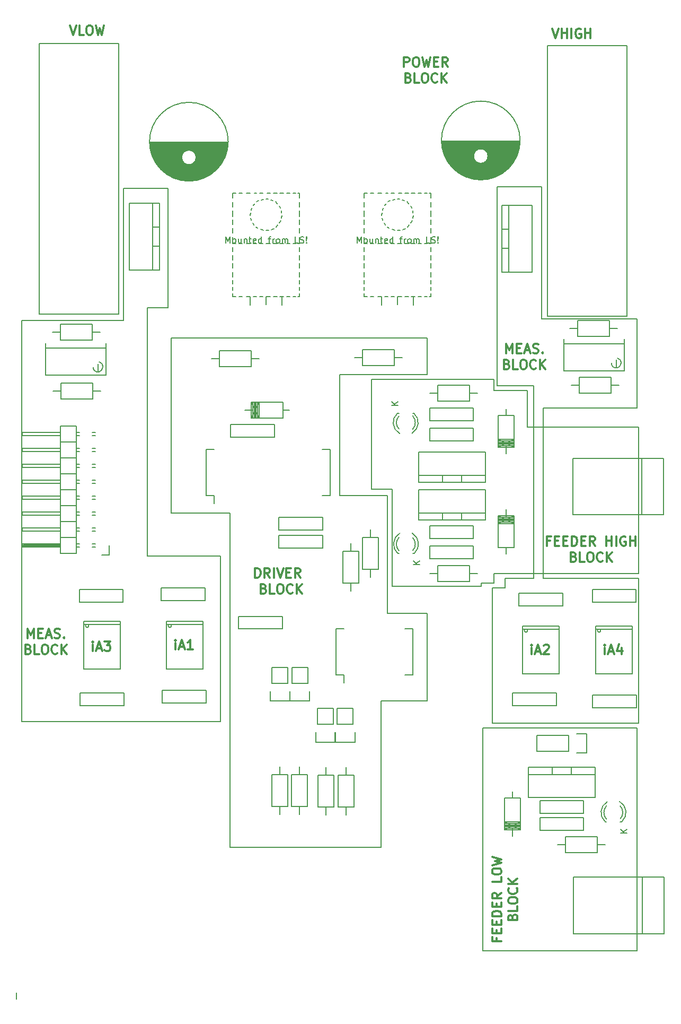
<source format=gto>
G04 #@! TF.FileFunction,Legend,Top*
%FSLAX45Y45*%
G04 Gerber Fmt 4.5, Leading zero omitted, Abs format (unit mm)*
G04 Created by KiCad (PCBNEW 4.0.4+e1-6308~48~ubuntu16.04.1-stable) date Mon Sep 19 20:15:51 2016*
%MOMM*%
%LPD*%
G01*
G04 APERTURE LIST*
%ADD10C,0.100000*%
%ADD11C,0.300000*%
%ADD12C,0.200000*%
%ADD13C,0.150000*%
G04 APERTURE END LIST*
D10*
D11*
X10350143Y-2153057D02*
X10400143Y-2303057D01*
X10450143Y-2153057D01*
X10500143Y-2303057D02*
X10500143Y-2153057D01*
X10500143Y-2224486D02*
X10585857Y-2224486D01*
X10585857Y-2303057D02*
X10585857Y-2153057D01*
X10657286Y-2303057D02*
X10657286Y-2153057D01*
X10807286Y-2160200D02*
X10793000Y-2153057D01*
X10771571Y-2153057D01*
X10750143Y-2160200D01*
X10735857Y-2174486D01*
X10728714Y-2188771D01*
X10721571Y-2217343D01*
X10721571Y-2238771D01*
X10728714Y-2267343D01*
X10735857Y-2281629D01*
X10750143Y-2295914D01*
X10771571Y-2303057D01*
X10785857Y-2303057D01*
X10807286Y-2295914D01*
X10814429Y-2288771D01*
X10814429Y-2238771D01*
X10785857Y-2238771D01*
X10878714Y-2303057D02*
X10878714Y-2153057D01*
X10878714Y-2224486D02*
X10964429Y-2224486D01*
X10964429Y-2303057D02*
X10964429Y-2153057D01*
X2646000Y-2102257D02*
X2696000Y-2252257D01*
X2746000Y-2102257D01*
X2867429Y-2252257D02*
X2796000Y-2252257D01*
X2796000Y-2102257D01*
X2946000Y-2102257D02*
X2974571Y-2102257D01*
X2988857Y-2109400D01*
X3003143Y-2123686D01*
X3010286Y-2152257D01*
X3010286Y-2202257D01*
X3003143Y-2230829D01*
X2988857Y-2245114D01*
X2974571Y-2252257D01*
X2946000Y-2252257D01*
X2931714Y-2245114D01*
X2917429Y-2230829D01*
X2910286Y-2202257D01*
X2910286Y-2152257D01*
X2917429Y-2123686D01*
X2931714Y-2109400D01*
X2946000Y-2102257D01*
X3060286Y-2102257D02*
X3096000Y-2252257D01*
X3124571Y-2145114D01*
X3153143Y-2252257D01*
X3188857Y-2102257D01*
X7984771Y-2759757D02*
X7984771Y-2609757D01*
X8041914Y-2609757D01*
X8056200Y-2616900D01*
X8063343Y-2624043D01*
X8070486Y-2638329D01*
X8070486Y-2659757D01*
X8063343Y-2674043D01*
X8056200Y-2681186D01*
X8041914Y-2688329D01*
X7984771Y-2688329D01*
X8163343Y-2609757D02*
X8191914Y-2609757D01*
X8206200Y-2616900D01*
X8220486Y-2631186D01*
X8227628Y-2659757D01*
X8227628Y-2709757D01*
X8220486Y-2738329D01*
X8206200Y-2752614D01*
X8191914Y-2759757D01*
X8163343Y-2759757D01*
X8149057Y-2752614D01*
X8134771Y-2738329D01*
X8127628Y-2709757D01*
X8127628Y-2659757D01*
X8134771Y-2631186D01*
X8149057Y-2616900D01*
X8163343Y-2609757D01*
X8277629Y-2609757D02*
X8313343Y-2759757D01*
X8341914Y-2652614D01*
X8370486Y-2759757D01*
X8406200Y-2609757D01*
X8463343Y-2681186D02*
X8513343Y-2681186D01*
X8534772Y-2759757D02*
X8463343Y-2759757D01*
X8463343Y-2609757D01*
X8534772Y-2609757D01*
X8684772Y-2759757D02*
X8634772Y-2688329D01*
X8599057Y-2759757D02*
X8599057Y-2609757D01*
X8656200Y-2609757D01*
X8670486Y-2616900D01*
X8677629Y-2624043D01*
X8684772Y-2638329D01*
X8684772Y-2659757D01*
X8677629Y-2674043D01*
X8670486Y-2681186D01*
X8656200Y-2688329D01*
X8599057Y-2688329D01*
X8052629Y-2936186D02*
X8074057Y-2943329D01*
X8081200Y-2950471D01*
X8088343Y-2964757D01*
X8088343Y-2986186D01*
X8081200Y-3000471D01*
X8074057Y-3007614D01*
X8059771Y-3014757D01*
X8002629Y-3014757D01*
X8002629Y-2864757D01*
X8052629Y-2864757D01*
X8066914Y-2871900D01*
X8074057Y-2879043D01*
X8081200Y-2893329D01*
X8081200Y-2907614D01*
X8074057Y-2921900D01*
X8066914Y-2929043D01*
X8052629Y-2936186D01*
X8002629Y-2936186D01*
X8224057Y-3014757D02*
X8152629Y-3014757D01*
X8152629Y-2864757D01*
X8302629Y-2864757D02*
X8331200Y-2864757D01*
X8345486Y-2871900D01*
X8359771Y-2886186D01*
X8366914Y-2914757D01*
X8366914Y-2964757D01*
X8359771Y-2993329D01*
X8345486Y-3007614D01*
X8331200Y-3014757D01*
X8302629Y-3014757D01*
X8288343Y-3007614D01*
X8274057Y-2993329D01*
X8266914Y-2964757D01*
X8266914Y-2914757D01*
X8274057Y-2886186D01*
X8288343Y-2871900D01*
X8302629Y-2864757D01*
X8516914Y-3000471D02*
X8509772Y-3007614D01*
X8488343Y-3014757D01*
X8474057Y-3014757D01*
X8452629Y-3007614D01*
X8438343Y-2993329D01*
X8431200Y-2979043D01*
X8424057Y-2950471D01*
X8424057Y-2929043D01*
X8431200Y-2900471D01*
X8438343Y-2886186D01*
X8452629Y-2871900D01*
X8474057Y-2864757D01*
X8488343Y-2864757D01*
X8509772Y-2871900D01*
X8516914Y-2879043D01*
X8581200Y-3014757D02*
X8581200Y-2864757D01*
X8666914Y-3014757D02*
X8602629Y-2929043D01*
X8666914Y-2864757D02*
X8581200Y-2950471D01*
X9462986Y-16667086D02*
X9462986Y-16717086D01*
X9541557Y-16717086D02*
X9391557Y-16717086D01*
X9391557Y-16645657D01*
X9462986Y-16588514D02*
X9462986Y-16538514D01*
X9541557Y-16517086D02*
X9541557Y-16588514D01*
X9391557Y-16588514D01*
X9391557Y-16517086D01*
X9462986Y-16452800D02*
X9462986Y-16402800D01*
X9541557Y-16381371D02*
X9541557Y-16452800D01*
X9391557Y-16452800D01*
X9391557Y-16381371D01*
X9541557Y-16317086D02*
X9391557Y-16317086D01*
X9391557Y-16281371D01*
X9398700Y-16259943D01*
X9412986Y-16245657D01*
X9427271Y-16238514D01*
X9455843Y-16231371D01*
X9477271Y-16231371D01*
X9505843Y-16238514D01*
X9520129Y-16245657D01*
X9534414Y-16259943D01*
X9541557Y-16281371D01*
X9541557Y-16317086D01*
X9462986Y-16167086D02*
X9462986Y-16117086D01*
X9541557Y-16095657D02*
X9541557Y-16167086D01*
X9391557Y-16167086D01*
X9391557Y-16095657D01*
X9541557Y-15945657D02*
X9470129Y-15995657D01*
X9541557Y-16031371D02*
X9391557Y-16031371D01*
X9391557Y-15974229D01*
X9398700Y-15959943D01*
X9405843Y-15952800D01*
X9420129Y-15945657D01*
X9441557Y-15945657D01*
X9455843Y-15952800D01*
X9462986Y-15959943D01*
X9470129Y-15974229D01*
X9470129Y-16031371D01*
X9541557Y-15695657D02*
X9541557Y-15767086D01*
X9391557Y-15767086D01*
X9391557Y-15617086D02*
X9391557Y-15588514D01*
X9398700Y-15574228D01*
X9412986Y-15559943D01*
X9441557Y-15552800D01*
X9491557Y-15552800D01*
X9520129Y-15559943D01*
X9534414Y-15574228D01*
X9541557Y-15588514D01*
X9541557Y-15617086D01*
X9534414Y-15631371D01*
X9520129Y-15645657D01*
X9491557Y-15652800D01*
X9441557Y-15652800D01*
X9412986Y-15645657D01*
X9398700Y-15631371D01*
X9391557Y-15617086D01*
X9391557Y-15502800D02*
X9541557Y-15467086D01*
X9434414Y-15438514D01*
X9541557Y-15409943D01*
X9391557Y-15374228D01*
X9717986Y-16331371D02*
X9725129Y-16309943D01*
X9732271Y-16302800D01*
X9746557Y-16295657D01*
X9767986Y-16295657D01*
X9782271Y-16302800D01*
X9789414Y-16309943D01*
X9796557Y-16324229D01*
X9796557Y-16381371D01*
X9646557Y-16381371D01*
X9646557Y-16331371D01*
X9653700Y-16317086D01*
X9660843Y-16309943D01*
X9675129Y-16302800D01*
X9689414Y-16302800D01*
X9703700Y-16309943D01*
X9710843Y-16317086D01*
X9717986Y-16331371D01*
X9717986Y-16381371D01*
X9796557Y-16159943D02*
X9796557Y-16231371D01*
X9646557Y-16231371D01*
X9646557Y-16081371D02*
X9646557Y-16052800D01*
X9653700Y-16038514D01*
X9667986Y-16024228D01*
X9696557Y-16017086D01*
X9746557Y-16017086D01*
X9775129Y-16024228D01*
X9789414Y-16038514D01*
X9796557Y-16052800D01*
X9796557Y-16081371D01*
X9789414Y-16095657D01*
X9775129Y-16109943D01*
X9746557Y-16117086D01*
X9696557Y-16117086D01*
X9667986Y-16109943D01*
X9653700Y-16095657D01*
X9646557Y-16081371D01*
X9782271Y-15867086D02*
X9789414Y-15874228D01*
X9796557Y-15895657D01*
X9796557Y-15909943D01*
X9789414Y-15931371D01*
X9775129Y-15945657D01*
X9760843Y-15952800D01*
X9732271Y-15959943D01*
X9710843Y-15959943D01*
X9682271Y-15952800D01*
X9667986Y-15945657D01*
X9653700Y-15931371D01*
X9646557Y-15909943D01*
X9646557Y-15895657D01*
X9653700Y-15874228D01*
X9660843Y-15867086D01*
X9796557Y-15802800D02*
X9646557Y-15802800D01*
X9796557Y-15717086D02*
X9710843Y-15781371D01*
X9646557Y-15717086D02*
X9732271Y-15802800D01*
X10315657Y-10326586D02*
X10265657Y-10326586D01*
X10265657Y-10405157D02*
X10265657Y-10255157D01*
X10337086Y-10255157D01*
X10394229Y-10326586D02*
X10444229Y-10326586D01*
X10465657Y-10405157D02*
X10394229Y-10405157D01*
X10394229Y-10255157D01*
X10465657Y-10255157D01*
X10529943Y-10326586D02*
X10579943Y-10326586D01*
X10601371Y-10405157D02*
X10529943Y-10405157D01*
X10529943Y-10255157D01*
X10601371Y-10255157D01*
X10665657Y-10405157D02*
X10665657Y-10255157D01*
X10701371Y-10255157D01*
X10722800Y-10262300D01*
X10737086Y-10276586D01*
X10744229Y-10290871D01*
X10751371Y-10319443D01*
X10751371Y-10340871D01*
X10744229Y-10369443D01*
X10737086Y-10383729D01*
X10722800Y-10398014D01*
X10701371Y-10405157D01*
X10665657Y-10405157D01*
X10815657Y-10326586D02*
X10865657Y-10326586D01*
X10887086Y-10405157D02*
X10815657Y-10405157D01*
X10815657Y-10255157D01*
X10887086Y-10255157D01*
X11037086Y-10405157D02*
X10987086Y-10333729D01*
X10951371Y-10405157D02*
X10951371Y-10255157D01*
X11008514Y-10255157D01*
X11022800Y-10262300D01*
X11029943Y-10269443D01*
X11037086Y-10283729D01*
X11037086Y-10305157D01*
X11029943Y-10319443D01*
X11022800Y-10326586D01*
X11008514Y-10333729D01*
X10951371Y-10333729D01*
X11215657Y-10405157D02*
X11215657Y-10255157D01*
X11215657Y-10326586D02*
X11301371Y-10326586D01*
X11301371Y-10405157D02*
X11301371Y-10255157D01*
X11372800Y-10405157D02*
X11372800Y-10255157D01*
X11522800Y-10262300D02*
X11508514Y-10255157D01*
X11487086Y-10255157D01*
X11465657Y-10262300D01*
X11451371Y-10276586D01*
X11444229Y-10290871D01*
X11437086Y-10319443D01*
X11437086Y-10340871D01*
X11444229Y-10369443D01*
X11451371Y-10383729D01*
X11465657Y-10398014D01*
X11487086Y-10405157D01*
X11501371Y-10405157D01*
X11522800Y-10398014D01*
X11529943Y-10390871D01*
X11529943Y-10340871D01*
X11501371Y-10340871D01*
X11594229Y-10405157D02*
X11594229Y-10255157D01*
X11594229Y-10326586D02*
X11679943Y-10326586D01*
X11679943Y-10405157D02*
X11679943Y-10255157D01*
X10694229Y-10581586D02*
X10715657Y-10588729D01*
X10722800Y-10595871D01*
X10729943Y-10610157D01*
X10729943Y-10631586D01*
X10722800Y-10645871D01*
X10715657Y-10653014D01*
X10701371Y-10660157D01*
X10644229Y-10660157D01*
X10644229Y-10510157D01*
X10694229Y-10510157D01*
X10708514Y-10517300D01*
X10715657Y-10524443D01*
X10722800Y-10538729D01*
X10722800Y-10553014D01*
X10715657Y-10567300D01*
X10708514Y-10574443D01*
X10694229Y-10581586D01*
X10644229Y-10581586D01*
X10865657Y-10660157D02*
X10794229Y-10660157D01*
X10794229Y-10510157D01*
X10944229Y-10510157D02*
X10972800Y-10510157D01*
X10987086Y-10517300D01*
X11001372Y-10531586D01*
X11008514Y-10560157D01*
X11008514Y-10610157D01*
X11001372Y-10638729D01*
X10987086Y-10653014D01*
X10972800Y-10660157D01*
X10944229Y-10660157D01*
X10929943Y-10653014D01*
X10915657Y-10638729D01*
X10908514Y-10610157D01*
X10908514Y-10560157D01*
X10915657Y-10531586D01*
X10929943Y-10517300D01*
X10944229Y-10510157D01*
X11158514Y-10645871D02*
X11151372Y-10653014D01*
X11129943Y-10660157D01*
X11115657Y-10660157D01*
X11094229Y-10653014D01*
X11079943Y-10638729D01*
X11072800Y-10624443D01*
X11065657Y-10595871D01*
X11065657Y-10574443D01*
X11072800Y-10545871D01*
X11079943Y-10531586D01*
X11094229Y-10517300D01*
X11115657Y-10510157D01*
X11129943Y-10510157D01*
X11151372Y-10517300D01*
X11158514Y-10524443D01*
X11222800Y-10660157D02*
X11222800Y-10510157D01*
X11308514Y-10660157D02*
X11244229Y-10574443D01*
X11308514Y-10510157D02*
X11222800Y-10595871D01*
X9616714Y-7331757D02*
X9616714Y-7181757D01*
X9666714Y-7288900D01*
X9716714Y-7181757D01*
X9716714Y-7331757D01*
X9788143Y-7253186D02*
X9838143Y-7253186D01*
X9859572Y-7331757D02*
X9788143Y-7331757D01*
X9788143Y-7181757D01*
X9859572Y-7181757D01*
X9916714Y-7288900D02*
X9988143Y-7288900D01*
X9902429Y-7331757D02*
X9952429Y-7181757D01*
X10002429Y-7331757D01*
X10045286Y-7324614D02*
X10066714Y-7331757D01*
X10102429Y-7331757D01*
X10116714Y-7324614D01*
X10123857Y-7317471D01*
X10131000Y-7303186D01*
X10131000Y-7288900D01*
X10123857Y-7274614D01*
X10116714Y-7267471D01*
X10102429Y-7260329D01*
X10073857Y-7253186D01*
X10059571Y-7246043D01*
X10052429Y-7238900D01*
X10045286Y-7224614D01*
X10045286Y-7210329D01*
X10052429Y-7196043D01*
X10059571Y-7188900D01*
X10073857Y-7181757D01*
X10109571Y-7181757D01*
X10131000Y-7188900D01*
X10195286Y-7317471D02*
X10202429Y-7324614D01*
X10195286Y-7331757D01*
X10188143Y-7324614D01*
X10195286Y-7317471D01*
X10195286Y-7331757D01*
X9627429Y-7508186D02*
X9648857Y-7515329D01*
X9656000Y-7522471D01*
X9663143Y-7536757D01*
X9663143Y-7558186D01*
X9656000Y-7572471D01*
X9648857Y-7579614D01*
X9634571Y-7586757D01*
X9577429Y-7586757D01*
X9577429Y-7436757D01*
X9627429Y-7436757D01*
X9641714Y-7443900D01*
X9648857Y-7451043D01*
X9656000Y-7465329D01*
X9656000Y-7479614D01*
X9648857Y-7493900D01*
X9641714Y-7501043D01*
X9627429Y-7508186D01*
X9577429Y-7508186D01*
X9798857Y-7586757D02*
X9727429Y-7586757D01*
X9727429Y-7436757D01*
X9877429Y-7436757D02*
X9906000Y-7436757D01*
X9920286Y-7443900D01*
X9934572Y-7458186D01*
X9941714Y-7486757D01*
X9941714Y-7536757D01*
X9934572Y-7565329D01*
X9920286Y-7579614D01*
X9906000Y-7586757D01*
X9877429Y-7586757D01*
X9863143Y-7579614D01*
X9848857Y-7565329D01*
X9841714Y-7536757D01*
X9841714Y-7486757D01*
X9848857Y-7458186D01*
X9863143Y-7443900D01*
X9877429Y-7436757D01*
X10091714Y-7572471D02*
X10084572Y-7579614D01*
X10063143Y-7586757D01*
X10048857Y-7586757D01*
X10027429Y-7579614D01*
X10013143Y-7565329D01*
X10006000Y-7551043D01*
X9998857Y-7522471D01*
X9998857Y-7501043D01*
X10006000Y-7472471D01*
X10013143Y-7458186D01*
X10027429Y-7443900D01*
X10048857Y-7436757D01*
X10063143Y-7436757D01*
X10084572Y-7443900D01*
X10091714Y-7451043D01*
X10156000Y-7586757D02*
X10156000Y-7436757D01*
X10241714Y-7586757D02*
X10177429Y-7501043D01*
X10241714Y-7436757D02*
X10156000Y-7522471D01*
X1971314Y-11878357D02*
X1971314Y-11728357D01*
X2021314Y-11835500D01*
X2071314Y-11728357D01*
X2071314Y-11878357D01*
X2142743Y-11799786D02*
X2192743Y-11799786D01*
X2214172Y-11878357D02*
X2142743Y-11878357D01*
X2142743Y-11728357D01*
X2214172Y-11728357D01*
X2271314Y-11835500D02*
X2342743Y-11835500D01*
X2257029Y-11878357D02*
X2307029Y-11728357D01*
X2357029Y-11878357D01*
X2399886Y-11871214D02*
X2421314Y-11878357D01*
X2457029Y-11878357D01*
X2471314Y-11871214D01*
X2478457Y-11864071D01*
X2485600Y-11849786D01*
X2485600Y-11835500D01*
X2478457Y-11821214D01*
X2471314Y-11814071D01*
X2457029Y-11806929D01*
X2428457Y-11799786D01*
X2414171Y-11792643D01*
X2407029Y-11785500D01*
X2399886Y-11771214D01*
X2399886Y-11756929D01*
X2407029Y-11742643D01*
X2414171Y-11735500D01*
X2428457Y-11728357D01*
X2464171Y-11728357D01*
X2485600Y-11735500D01*
X2549886Y-11864071D02*
X2557029Y-11871214D01*
X2549886Y-11878357D01*
X2542743Y-11871214D01*
X2549886Y-11864071D01*
X2549886Y-11878357D01*
X1982029Y-12054786D02*
X2003457Y-12061929D01*
X2010600Y-12069071D01*
X2017743Y-12083357D01*
X2017743Y-12104786D01*
X2010600Y-12119071D01*
X2003457Y-12126214D01*
X1989171Y-12133357D01*
X1932029Y-12133357D01*
X1932029Y-11983357D01*
X1982029Y-11983357D01*
X1996314Y-11990500D01*
X2003457Y-11997643D01*
X2010600Y-12011929D01*
X2010600Y-12026214D01*
X2003457Y-12040500D01*
X1996314Y-12047643D01*
X1982029Y-12054786D01*
X1932029Y-12054786D01*
X2153457Y-12133357D02*
X2082029Y-12133357D01*
X2082029Y-11983357D01*
X2232029Y-11983357D02*
X2260600Y-11983357D01*
X2274886Y-11990500D01*
X2289172Y-12004786D01*
X2296314Y-12033357D01*
X2296314Y-12083357D01*
X2289172Y-12111929D01*
X2274886Y-12126214D01*
X2260600Y-12133357D01*
X2232029Y-12133357D01*
X2217743Y-12126214D01*
X2203457Y-12111929D01*
X2196314Y-12083357D01*
X2196314Y-12033357D01*
X2203457Y-12004786D01*
X2217743Y-11990500D01*
X2232029Y-11983357D01*
X2446314Y-12119071D02*
X2439172Y-12126214D01*
X2417743Y-12133357D01*
X2403457Y-12133357D01*
X2382029Y-12126214D01*
X2367743Y-12111929D01*
X2360600Y-12097643D01*
X2353457Y-12069071D01*
X2353457Y-12047643D01*
X2360600Y-12019071D01*
X2367743Y-12004786D01*
X2382029Y-11990500D01*
X2403457Y-11983357D01*
X2417743Y-11983357D01*
X2439172Y-11990500D01*
X2446314Y-11997643D01*
X2510600Y-12133357D02*
X2510600Y-11983357D01*
X2596314Y-12133357D02*
X2532029Y-12047643D01*
X2596314Y-11983357D02*
X2510600Y-12069071D01*
D12*
X11709400Y-13309600D02*
X11709400Y-16865600D01*
X9245600Y-13309600D02*
X11709400Y-13309600D01*
X9245600Y-16865600D02*
X9245600Y-13309600D01*
X11709400Y-16865600D02*
X9245600Y-16865600D01*
X9423400Y-7747000D02*
X7467600Y-7747000D01*
X9423400Y-7924800D02*
X9423400Y-7747000D01*
X9956800Y-7924800D02*
X9423400Y-7924800D01*
X9956800Y-8509000D02*
X9956800Y-7924800D01*
X11734800Y-8509000D02*
X9956800Y-8509000D01*
X11734800Y-10845800D02*
X11734800Y-8509000D01*
X9423400Y-10845800D02*
X11734800Y-10845800D01*
X9423400Y-10998200D02*
X9423400Y-10845800D01*
X9220200Y-10998200D02*
X9423400Y-10998200D01*
X9220200Y-11049000D02*
X9220200Y-10998200D01*
X7797800Y-11049000D02*
X9220200Y-11049000D01*
X7797800Y-9499600D02*
X7797800Y-11049000D01*
X7467600Y-9499600D02*
X7797800Y-9499600D01*
X7467600Y-7747000D02*
X7467600Y-9499600D01*
X9398000Y-13233400D02*
X9398000Y-13182600D01*
X11734800Y-13233400D02*
X9398000Y-13233400D01*
X11734800Y-10922000D02*
X11734800Y-13233400D01*
X10210800Y-10922000D02*
X11734800Y-10922000D01*
X10210800Y-8204200D02*
X10210800Y-10922000D01*
X11709400Y-8204200D02*
X10210800Y-8204200D01*
X11709400Y-6781800D02*
X11709400Y-8204200D01*
X10185400Y-6781800D02*
X11709400Y-6781800D01*
X10185400Y-4673600D02*
X10185400Y-6781800D01*
X9474200Y-4673600D02*
X10185400Y-4673600D01*
X9474200Y-7848600D02*
X9474200Y-4673600D01*
X10058400Y-7848600D02*
X9474200Y-7848600D01*
X10058400Y-10922000D02*
X10058400Y-7848600D01*
X9601200Y-10922000D02*
X10058400Y-10922000D01*
X9601200Y-11074400D02*
X9601200Y-10922000D01*
X9398000Y-11074400D02*
X9601200Y-11074400D01*
X9398000Y-13208000D02*
X9398000Y-11074400D01*
X1879600Y-13208000D02*
X2108200Y-13208000D01*
X1879600Y-6807200D02*
X1879600Y-13208000D01*
X3505200Y-6807200D02*
X1879600Y-6807200D01*
X3505200Y-4699000D02*
X3505200Y-6807200D01*
X4216400Y-4699000D02*
X3505200Y-4699000D01*
X4216400Y-6604000D02*
X4216400Y-4699000D01*
X3886200Y-6604000D02*
X4216400Y-6604000D01*
X3886200Y-10566400D02*
X3886200Y-6604000D01*
X5054600Y-10566400D02*
X3886200Y-10566400D01*
X5054600Y-13208000D02*
X5054600Y-10566400D01*
X2108200Y-13208000D02*
X5054600Y-13208000D01*
D11*
X5605514Y-10913157D02*
X5605514Y-10763157D01*
X5641229Y-10763157D01*
X5662657Y-10770300D01*
X5676943Y-10784586D01*
X5684086Y-10798871D01*
X5691229Y-10827443D01*
X5691229Y-10848871D01*
X5684086Y-10877443D01*
X5676943Y-10891729D01*
X5662657Y-10906014D01*
X5641229Y-10913157D01*
X5605514Y-10913157D01*
X5841229Y-10913157D02*
X5791229Y-10841729D01*
X5755514Y-10913157D02*
X5755514Y-10763157D01*
X5812657Y-10763157D01*
X5826943Y-10770300D01*
X5834086Y-10777443D01*
X5841229Y-10791729D01*
X5841229Y-10813157D01*
X5834086Y-10827443D01*
X5826943Y-10834586D01*
X5812657Y-10841729D01*
X5755514Y-10841729D01*
X5905514Y-10913157D02*
X5905514Y-10763157D01*
X5955514Y-10763157D02*
X6005514Y-10913157D01*
X6055514Y-10763157D01*
X6105514Y-10834586D02*
X6155514Y-10834586D01*
X6176943Y-10913157D02*
X6105514Y-10913157D01*
X6105514Y-10763157D01*
X6176943Y-10763157D01*
X6326943Y-10913157D02*
X6276943Y-10841729D01*
X6241229Y-10913157D02*
X6241229Y-10763157D01*
X6298371Y-10763157D01*
X6312657Y-10770300D01*
X6319800Y-10777443D01*
X6326943Y-10791729D01*
X6326943Y-10813157D01*
X6319800Y-10827443D01*
X6312657Y-10834586D01*
X6298371Y-10841729D01*
X6241229Y-10841729D01*
X5741229Y-11089586D02*
X5762657Y-11096729D01*
X5769800Y-11103871D01*
X5776943Y-11118157D01*
X5776943Y-11139586D01*
X5769800Y-11153871D01*
X5762657Y-11161014D01*
X5748371Y-11168157D01*
X5691229Y-11168157D01*
X5691229Y-11018157D01*
X5741229Y-11018157D01*
X5755514Y-11025300D01*
X5762657Y-11032443D01*
X5769800Y-11046729D01*
X5769800Y-11061014D01*
X5762657Y-11075300D01*
X5755514Y-11082443D01*
X5741229Y-11089586D01*
X5691229Y-11089586D01*
X5912657Y-11168157D02*
X5841229Y-11168157D01*
X5841229Y-11018157D01*
X5991229Y-11018157D02*
X6019800Y-11018157D01*
X6034086Y-11025300D01*
X6048371Y-11039586D01*
X6055514Y-11068157D01*
X6055514Y-11118157D01*
X6048371Y-11146729D01*
X6034086Y-11161014D01*
X6019800Y-11168157D01*
X5991229Y-11168157D01*
X5976943Y-11161014D01*
X5962657Y-11146729D01*
X5955514Y-11118157D01*
X5955514Y-11068157D01*
X5962657Y-11039586D01*
X5976943Y-11025300D01*
X5991229Y-11018157D01*
X6205514Y-11153871D02*
X6198371Y-11161014D01*
X6176943Y-11168157D01*
X6162657Y-11168157D01*
X6141229Y-11161014D01*
X6126943Y-11146729D01*
X6119800Y-11132443D01*
X6112657Y-11103871D01*
X6112657Y-11082443D01*
X6119800Y-11053871D01*
X6126943Y-11039586D01*
X6141229Y-11025300D01*
X6162657Y-11018157D01*
X6176943Y-11018157D01*
X6198371Y-11025300D01*
X6205514Y-11032443D01*
X6269800Y-11168157D02*
X6269800Y-11018157D01*
X6355514Y-11168157D02*
X6291229Y-11082443D01*
X6355514Y-11018157D02*
X6269800Y-11103871D01*
D12*
X5207000Y-15214600D02*
X5537200Y-15214600D01*
X5207000Y-9880600D02*
X5207000Y-15214600D01*
X4267200Y-9880600D02*
X5207000Y-9880600D01*
X4267200Y-7086600D02*
X4267200Y-9880600D01*
X8356600Y-7086600D02*
X4267200Y-7086600D01*
X8356600Y-7670800D02*
X8356600Y-7086600D01*
X6959600Y-7670800D02*
X8356600Y-7670800D01*
X6959600Y-9601200D02*
X6959600Y-7670800D01*
X7721600Y-9601200D02*
X6959600Y-9601200D01*
X7721600Y-11480800D02*
X7721600Y-9601200D01*
X8356600Y-11480800D02*
X7721600Y-11480800D01*
X8356600Y-12877800D02*
X8356600Y-11480800D01*
X7620000Y-12877800D02*
X8356600Y-12877800D01*
X7620000Y-15214600D02*
X7620000Y-12877800D01*
X5537200Y-15214600D02*
X7620000Y-15214600D01*
D11*
X11192686Y-12132857D02*
X11192686Y-12032857D01*
X11192686Y-11982857D02*
X11185543Y-11990000D01*
X11192686Y-11997143D01*
X11199829Y-11990000D01*
X11192686Y-11982857D01*
X11192686Y-11997143D01*
X11256971Y-12090000D02*
X11328400Y-12090000D01*
X11242686Y-12132857D02*
X11292686Y-11982857D01*
X11342686Y-12132857D01*
X11456971Y-12032857D02*
X11456971Y-12132857D01*
X11421257Y-11975714D02*
X11385543Y-12082857D01*
X11478400Y-12082857D01*
D12*
X11049000Y-11684000D02*
X11049000Y-12446000D01*
X11049000Y-12446000D02*
X11633200Y-12446000D01*
X11633200Y-12446000D02*
X11633200Y-11684000D01*
X11633200Y-11684000D02*
X11049000Y-11684000D01*
X11049000Y-11684000D02*
X11049000Y-11734800D01*
X11049000Y-11734800D02*
X11633200Y-11734800D01*
X11125200Y-11760200D02*
G75*
G03X11125200Y-11760200I-25400J0D01*
G01*
X9956800Y-11760200D02*
G75*
G03X9956800Y-11760200I-25400J0D01*
G01*
X9880600Y-11734800D02*
X10464800Y-11734800D01*
X9880600Y-11684000D02*
X9880600Y-11734800D01*
X10464800Y-11684000D02*
X9880600Y-11684000D01*
X10464800Y-12446000D02*
X10464800Y-11684000D01*
X9880600Y-12446000D02*
X10464800Y-12446000D01*
X9880600Y-11684000D02*
X9880600Y-12446000D01*
D11*
X10024286Y-12132857D02*
X10024286Y-12032857D01*
X10024286Y-11982857D02*
X10017143Y-11990000D01*
X10024286Y-11997143D01*
X10031429Y-11990000D01*
X10024286Y-11982857D01*
X10024286Y-11997143D01*
X10088572Y-12090000D02*
X10160000Y-12090000D01*
X10074286Y-12132857D02*
X10124286Y-11982857D01*
X10174286Y-12132857D01*
X10217143Y-11997143D02*
X10224286Y-11990000D01*
X10238572Y-11982857D01*
X10274286Y-11982857D01*
X10288572Y-11990000D01*
X10295714Y-11997143D01*
X10302857Y-12011429D01*
X10302857Y-12025714D01*
X10295714Y-12047143D01*
X10210000Y-12132857D01*
X10302857Y-12132857D01*
X4334686Y-12056657D02*
X4334686Y-11956657D01*
X4334686Y-11906657D02*
X4327543Y-11913800D01*
X4334686Y-11920943D01*
X4341829Y-11913800D01*
X4334686Y-11906657D01*
X4334686Y-11920943D01*
X4398972Y-12013800D02*
X4470400Y-12013800D01*
X4384686Y-12056657D02*
X4434686Y-11906657D01*
X4484686Y-12056657D01*
X4613257Y-12056657D02*
X4527543Y-12056657D01*
X4570400Y-12056657D02*
X4570400Y-11906657D01*
X4556114Y-11928086D01*
X4541829Y-11942371D01*
X4527543Y-11949514D01*
X3013886Y-12082057D02*
X3013886Y-11982057D01*
X3013886Y-11932057D02*
X3006743Y-11939200D01*
X3013886Y-11946343D01*
X3021029Y-11939200D01*
X3013886Y-11932057D01*
X3013886Y-11946343D01*
X3078171Y-12039200D02*
X3149600Y-12039200D01*
X3063886Y-12082057D02*
X3113886Y-11932057D01*
X3163886Y-12082057D01*
X3199600Y-11932057D02*
X3292457Y-11932057D01*
X3242457Y-11989200D01*
X3263886Y-11989200D01*
X3278171Y-11996343D01*
X3285314Y-12003486D01*
X3292457Y-12017771D01*
X3292457Y-12053486D01*
X3285314Y-12067771D01*
X3278171Y-12074914D01*
X3263886Y-12082057D01*
X3221029Y-12082057D01*
X3206743Y-12074914D01*
X3199600Y-12067771D01*
D12*
X4191000Y-11607800D02*
X4191000Y-12369800D01*
X4191000Y-12369800D02*
X4775200Y-12369800D01*
X4775200Y-12369800D02*
X4775200Y-11607800D01*
X4775200Y-11607800D02*
X4191000Y-11607800D01*
X4191000Y-11607800D02*
X4191000Y-11658600D01*
X4191000Y-11658600D02*
X4775200Y-11658600D01*
X4267200Y-11684000D02*
G75*
G03X4267200Y-11684000I-25400J0D01*
G01*
X2946400Y-11684000D02*
G75*
G03X2946400Y-11684000I-25400J0D01*
G01*
X2870200Y-11658600D02*
X3454400Y-11658600D01*
X2870200Y-11607800D02*
X2870200Y-11658600D01*
X3454400Y-11607800D02*
X2870200Y-11607800D01*
X3454400Y-12369800D02*
X3454400Y-11607800D01*
X2870200Y-12369800D02*
X3454400Y-12369800D01*
X2870200Y-11607800D02*
X2870200Y-12369800D01*
D13*
X6048820Y-8237596D02*
X6150420Y-8237596D01*
X5566220Y-8237596D02*
X5439220Y-8237596D01*
X5591620Y-8110596D02*
X5591620Y-8364596D01*
X5617020Y-8110596D02*
X5617020Y-8364596D01*
X5642420Y-8110596D02*
X5642420Y-8364596D01*
X5566220Y-8110596D02*
X5566220Y-8364596D01*
X5667820Y-8110596D02*
X5540820Y-8364596D01*
X5540820Y-8110596D02*
X5667820Y-8364596D01*
X5667820Y-8110596D02*
X5667820Y-8364596D01*
X5604320Y-8110596D02*
X5604320Y-8364596D01*
X5540820Y-8364596D02*
X5540820Y-8110596D01*
X5540820Y-8110596D02*
X6048820Y-8110596D01*
X6048820Y-8110596D02*
X6048820Y-8364596D01*
X6048820Y-8364596D02*
X5540820Y-8364596D01*
X7264400Y-10490200D02*
X7264400Y-10998200D01*
X7264400Y-10998200D02*
X7010400Y-10998200D01*
X7010400Y-10998200D02*
X7010400Y-10490200D01*
X7010400Y-10490200D02*
X7264400Y-10490200D01*
X7137400Y-10490200D02*
X7137400Y-10363200D01*
X7137400Y-10998200D02*
X7137400Y-11125200D01*
X7574280Y-10276840D02*
X7574280Y-10784840D01*
X7574280Y-10784840D02*
X7320280Y-10784840D01*
X7320280Y-10784840D02*
X7320280Y-10276840D01*
X7320280Y-10276840D02*
X7574280Y-10276840D01*
X7447280Y-10276840D02*
X7447280Y-10149840D01*
X7447280Y-10784840D02*
X7447280Y-10911840D01*
X8905440Y-9394640D02*
X8905440Y-9280340D01*
X8600640Y-9394640D02*
X8600640Y-9280340D01*
X8219640Y-9280340D02*
X8219640Y-8912040D01*
X8219640Y-8912040D02*
X9286440Y-8912040D01*
X9286440Y-8912040D02*
X9286440Y-9280340D01*
X8219640Y-9394640D02*
X8219640Y-9280340D01*
X8219640Y-9280340D02*
X9286440Y-9280340D01*
X9286440Y-9280340D02*
X9286440Y-9394640D01*
X8753040Y-9394640D02*
X9286440Y-9394640D01*
X8753040Y-9394640D02*
X8219640Y-9394640D01*
X5214760Y-8470590D02*
X5914760Y-8470590D01*
X5914760Y-8470590D02*
X5914760Y-8670590D01*
X5914760Y-8670590D02*
X5214760Y-8670590D01*
X5214760Y-8670590D02*
X5214760Y-8470590D01*
X11546840Y-2423160D02*
X11546840Y-6741160D01*
X11546840Y-6741160D02*
X10276840Y-6741160D01*
X10276840Y-6741160D02*
X10276840Y-2423160D01*
X10276840Y-2423160D02*
X11546840Y-2423160D01*
X3424428Y-2395220D02*
X3424428Y-6713220D01*
X3424428Y-6713220D02*
X2154428Y-6713220D01*
X2154428Y-6713220D02*
X2154428Y-2395220D01*
X2154428Y-2395220D02*
X3424428Y-2395220D01*
X11780050Y-9910088D02*
X11780050Y-9009912D01*
X12130062Y-9910088D02*
X12130062Y-9009912D01*
X12130062Y-9009912D02*
X10679976Y-9009912D01*
X10679976Y-9009912D02*
X10679976Y-9910088D01*
X10679976Y-9910088D02*
X12130062Y-9910088D01*
X11790426Y-16595344D02*
X11790426Y-15695168D01*
X12140438Y-16595344D02*
X12140438Y-15695168D01*
X12140438Y-15695168D02*
X10690352Y-15695168D01*
X10690352Y-15695168D02*
X10690352Y-16595344D01*
X10690352Y-16595344D02*
X12140438Y-16595344D01*
X9613294Y-10431840D02*
X9613294Y-10533440D01*
X9613294Y-9949240D02*
X9613294Y-9822240D01*
X9740294Y-9974640D02*
X9486294Y-9974640D01*
X9740294Y-10000040D02*
X9486294Y-10000040D01*
X9740294Y-10025440D02*
X9486294Y-10025440D01*
X9740294Y-9949240D02*
X9486294Y-9949240D01*
X9740294Y-10050840D02*
X9486294Y-9923840D01*
X9740294Y-9923840D02*
X9486294Y-10050840D01*
X9740294Y-10050840D02*
X9486294Y-10050840D01*
X9740294Y-9987340D02*
X9486294Y-9987340D01*
X9486294Y-9923840D02*
X9740294Y-9923840D01*
X9740294Y-9923840D02*
X9740294Y-10431840D01*
X9740294Y-10431840D02*
X9486294Y-10431840D01*
X9486294Y-10431840D02*
X9486294Y-9923840D01*
X9612786Y-8327840D02*
X9612786Y-8226240D01*
X9612786Y-8810440D02*
X9612786Y-8937440D01*
X9485786Y-8785040D02*
X9739786Y-8785040D01*
X9485786Y-8759640D02*
X9739786Y-8759640D01*
X9485786Y-8734240D02*
X9739786Y-8734240D01*
X9485786Y-8810440D02*
X9739786Y-8810440D01*
X9485786Y-8708840D02*
X9739786Y-8835840D01*
X9485786Y-8835840D02*
X9739786Y-8708840D01*
X9485786Y-8708840D02*
X9739786Y-8708840D01*
X9485786Y-8772340D02*
X9739786Y-8772340D01*
X9739786Y-8835840D02*
X9485786Y-8835840D01*
X9485786Y-8835840D02*
X9485786Y-8327840D01*
X9485786Y-8327840D02*
X9739786Y-8327840D01*
X9739786Y-8327840D02*
X9739786Y-8835840D01*
X9713722Y-14432280D02*
X9713722Y-14330680D01*
X9713722Y-14914880D02*
X9713722Y-15041880D01*
X9586722Y-14889480D02*
X9840722Y-14889480D01*
X9586722Y-14864080D02*
X9840722Y-14864080D01*
X9586722Y-14838680D02*
X9840722Y-14838680D01*
X9586722Y-14914880D02*
X9840722Y-14914880D01*
X9586722Y-14813280D02*
X9840722Y-14940280D01*
X9586722Y-14940280D02*
X9840722Y-14813280D01*
X9586722Y-14813280D02*
X9840722Y-14813280D01*
X9586722Y-14876780D02*
X9840722Y-14876780D01*
X9840722Y-14940280D02*
X9586722Y-14940280D01*
X9586722Y-14940280D02*
X9586722Y-14432280D01*
X9586722Y-14432280D02*
X9840722Y-14432280D01*
X9840722Y-14432280D02*
X9840722Y-14940280D01*
X4824910Y-9604840D02*
X4951910Y-9604840D01*
X4824910Y-8869840D02*
X4951910Y-8869840D01*
X6807910Y-8869840D02*
X6680910Y-8869840D01*
X6807910Y-9604840D02*
X6680910Y-9604840D01*
X4824910Y-9604840D02*
X4824910Y-8869840D01*
X6807910Y-9604840D02*
X6807910Y-8869840D01*
X4951910Y-9604840D02*
X4951910Y-9733340D01*
X8905440Y-9994640D02*
X8905440Y-9880340D01*
X8600640Y-9994640D02*
X8600640Y-9880340D01*
X8219640Y-9880340D02*
X8219640Y-9512040D01*
X8219640Y-9512040D02*
X9286440Y-9512040D01*
X9286440Y-9512040D02*
X9286440Y-9880340D01*
X8219640Y-9994640D02*
X8219640Y-9880340D01*
X8219640Y-9880340D02*
X9286440Y-9880340D01*
X9286440Y-9880340D02*
X9286440Y-9994640D01*
X8753040Y-9994640D02*
X9286440Y-9994640D01*
X8753040Y-9994640D02*
X8219640Y-9994640D01*
X10350516Y-13942560D02*
X10350516Y-14056860D01*
X10655316Y-13942560D02*
X10655316Y-14056860D01*
X11036316Y-14056860D02*
X11036316Y-14425160D01*
X11036316Y-14425160D02*
X9969516Y-14425160D01*
X9969516Y-14425160D02*
X9969516Y-14056860D01*
X11036316Y-13942560D02*
X11036316Y-14056860D01*
X11036316Y-14056860D02*
X9969516Y-14056860D01*
X9969516Y-14056860D02*
X9969516Y-13942560D01*
X10502916Y-13942560D02*
X9969516Y-13942560D01*
X10502916Y-13942560D02*
X11036316Y-13942560D01*
X10615916Y-13430360D02*
X10107916Y-13430360D01*
X10107916Y-13430360D02*
X10107916Y-13684360D01*
X10107916Y-13684360D02*
X10615916Y-13684360D01*
X10897916Y-13712360D02*
X10742916Y-13712360D01*
X10615916Y-13684360D02*
X10615916Y-13430360D01*
X10742916Y-13402360D02*
X10897916Y-13402360D01*
X10897916Y-13402360D02*
X10897916Y-13712360D01*
X5875020Y-12602210D02*
X5875020Y-12348210D01*
X5847020Y-12884210D02*
X5847020Y-12729210D01*
X5875020Y-12602210D02*
X6129020Y-12602210D01*
X6157020Y-12729210D02*
X6157020Y-12884210D01*
X6157020Y-12884210D02*
X5847020Y-12884210D01*
X6129020Y-12602210D02*
X6129020Y-12348210D01*
X6129020Y-12348210D02*
X5875020Y-12348210D01*
X6916928Y-13256006D02*
X6916928Y-13002006D01*
X6888928Y-13538006D02*
X6888928Y-13383006D01*
X6916928Y-13256006D02*
X7170928Y-13256006D01*
X7198928Y-13383006D02*
X7198928Y-13538006D01*
X7198928Y-13538006D02*
X6888928Y-13538006D01*
X7170928Y-13256006D02*
X7170928Y-13002006D01*
X7170928Y-13002006D02*
X6916928Y-13002006D01*
X6192520Y-12602210D02*
X6192520Y-12348210D01*
X6164520Y-12884210D02*
X6164520Y-12729210D01*
X6192520Y-12602210D02*
X6446520Y-12602210D01*
X6474520Y-12729210D02*
X6474520Y-12884210D01*
X6474520Y-12884210D02*
X6164520Y-12884210D01*
X6446520Y-12602210D02*
X6446520Y-12348210D01*
X6446520Y-12348210D02*
X6192520Y-12348210D01*
X6599428Y-13256006D02*
X6599428Y-13002006D01*
X6571428Y-13538006D02*
X6571428Y-13383006D01*
X6599428Y-13256006D02*
X6853428Y-13256006D01*
X6881428Y-13383006D02*
X6881428Y-13538006D01*
X6881428Y-13538006D02*
X6571428Y-13538006D01*
X6853428Y-13256006D02*
X6853428Y-13002006D01*
X6853428Y-13002006D02*
X6599428Y-13002006D01*
X8144440Y-10529740D02*
X8124440Y-10529740D01*
X7885040Y-10529740D02*
X7903040Y-10529740D01*
X7916076Y-10206966D02*
G75*
G03X7884440Y-10529740I100364J-172774D01*
G01*
X7903133Y-10274539D02*
G75*
G03X7903040Y-10484840I113307J-105201D01*
G01*
X8147113Y-10528462D02*
G75*
G03X8112440Y-10204740I-130673J149722D01*
G01*
X8124365Y-10481129D02*
G75*
G03X8122440Y-10276340I-107925J101389D01*
G01*
X7881640Y-8289940D02*
X7901640Y-8289940D01*
X8141040Y-8289940D02*
X8123040Y-8289940D01*
X8110004Y-8612714D02*
G75*
G03X8141640Y-8289940I-100364J172774D01*
G01*
X8122947Y-8545141D02*
G75*
G03X8123040Y-8334840I-113307J105201D01*
G01*
X7878967Y-8291218D02*
G75*
G03X7913640Y-8614940I130673J-149722D01*
G01*
X7901715Y-8338551D02*
G75*
G03X7903640Y-8543340I107925J-101389D01*
G01*
X11459316Y-14812260D02*
X11439316Y-14812260D01*
X11199916Y-14812260D02*
X11217916Y-14812260D01*
X11230952Y-14489486D02*
G75*
G03X11199316Y-14812260I100364J-172774D01*
G01*
X11218009Y-14557059D02*
G75*
G03X11217916Y-14767360I113307J-105201D01*
G01*
X11461989Y-14810982D02*
G75*
G03X11427316Y-14487260I-130673J149722D01*
G01*
X11439241Y-14763649D02*
G75*
G03X11437316Y-14558860I-107925J101389D01*
G01*
X6901550Y-12462980D02*
X7028550Y-12462980D01*
X6901550Y-11727980D02*
X7028550Y-11727980D01*
X8122550Y-11727980D02*
X7995550Y-11727980D01*
X8122550Y-12462980D02*
X7995550Y-12462980D01*
X6901550Y-12462980D02*
X6901550Y-11727980D01*
X8122550Y-12462980D02*
X8122550Y-11727980D01*
X7028550Y-12462980D02*
X7028550Y-12591480D01*
X11375390Y-7565390D02*
X11375390Y-7438390D01*
X11296650Y-7490460D02*
X11300460Y-7515860D01*
X11300460Y-7515860D02*
X11318240Y-7543800D01*
X11318240Y-7543800D02*
X11349990Y-7565390D01*
X11349990Y-7565390D02*
X11394440Y-7566660D01*
X11394440Y-7566660D02*
X11430000Y-7546340D01*
X11430000Y-7546340D02*
X11447780Y-7517130D01*
X11447780Y-7517130D02*
X11452860Y-7485380D01*
X11452860Y-7485380D02*
X11442700Y-7444740D01*
X11442700Y-7444740D02*
X11408410Y-7419340D01*
X11408410Y-7419340D02*
X11390630Y-7410450D01*
X10537190Y-7184390D02*
X11502390Y-7184390D01*
X11502390Y-7489190D02*
X11502390Y-7616190D01*
X11502390Y-7616190D02*
X10537190Y-7616190D01*
X10537190Y-7616190D02*
X10537190Y-7108190D01*
X11502390Y-7108190D02*
X11502390Y-7362190D01*
X11502390Y-7362190D02*
X11502390Y-7489190D01*
X3094482Y-7629398D02*
X3094482Y-7502398D01*
X3015742Y-7554468D02*
X3019552Y-7579868D01*
X3019552Y-7579868D02*
X3037332Y-7607808D01*
X3037332Y-7607808D02*
X3069082Y-7629398D01*
X3069082Y-7629398D02*
X3113532Y-7630668D01*
X3113532Y-7630668D02*
X3149092Y-7610348D01*
X3149092Y-7610348D02*
X3166872Y-7581138D01*
X3166872Y-7581138D02*
X3171952Y-7549388D01*
X3171952Y-7549388D02*
X3161792Y-7508748D01*
X3161792Y-7508748D02*
X3127502Y-7483348D01*
X3127502Y-7483348D02*
X3109722Y-7474458D01*
X2256282Y-7248398D02*
X3221482Y-7248398D01*
X3221482Y-7553198D02*
X3221482Y-7680198D01*
X3221482Y-7680198D02*
X2256282Y-7680198D01*
X2256282Y-7680198D02*
X2256282Y-7172198D01*
X3221482Y-7172198D02*
X3221482Y-7426198D01*
X3221482Y-7426198D02*
X3221482Y-7553198D01*
X8527040Y-10722840D02*
X9035040Y-10722840D01*
X9035040Y-10722840D02*
X9035040Y-10976840D01*
X9035040Y-10976840D02*
X8527040Y-10976840D01*
X8527040Y-10976840D02*
X8527040Y-10722840D01*
X8527040Y-10849840D02*
X8400040Y-10849840D01*
X9035040Y-10849840D02*
X9162040Y-10849840D01*
X8527040Y-7842840D02*
X9035040Y-7842840D01*
X9035040Y-7842840D02*
X9035040Y-8096840D01*
X9035040Y-8096840D02*
X8527040Y-8096840D01*
X8527040Y-8096840D02*
X8527040Y-7842840D01*
X8527040Y-7969840D02*
X8400040Y-7969840D01*
X9035040Y-7969840D02*
X9162040Y-7969840D01*
X9545320Y-5659120D02*
X9659620Y-5659120D01*
X9545320Y-5354320D02*
X9659620Y-5354320D01*
X9659620Y-4973320D02*
X10027920Y-4973320D01*
X10027920Y-4973320D02*
X10027920Y-6040120D01*
X10027920Y-6040120D02*
X9659620Y-6040120D01*
X9545320Y-4973320D02*
X9659620Y-4973320D01*
X9659620Y-4973320D02*
X9659620Y-6040120D01*
X9659620Y-6040120D02*
X9545320Y-6040120D01*
X9545320Y-5506720D02*
X9545320Y-6040120D01*
X9545320Y-5506720D02*
X9545320Y-4973320D01*
X4079240Y-5323840D02*
X3964940Y-5323840D01*
X4079240Y-5628640D02*
X3964940Y-5628640D01*
X3964940Y-6009640D02*
X3596640Y-6009640D01*
X3596640Y-6009640D02*
X3596640Y-4942840D01*
X3596640Y-4942840D02*
X3964940Y-4942840D01*
X4079240Y-6009640D02*
X3964940Y-6009640D01*
X3964940Y-6009640D02*
X3964940Y-4942840D01*
X3964940Y-4942840D02*
X4079240Y-4942840D01*
X4079240Y-5476240D02*
X4079240Y-4942840D01*
X4079240Y-5476240D02*
X4079240Y-6009640D01*
X11075416Y-15300960D02*
X10567416Y-15300960D01*
X10567416Y-15300960D02*
X10567416Y-15046960D01*
X10567416Y-15046960D02*
X11075416Y-15046960D01*
X11075416Y-15046960D02*
X11075416Y-15300960D01*
X11075416Y-15173960D02*
X11202416Y-15173960D01*
X10567416Y-15173960D02*
X10440416Y-15173960D01*
X7826000Y-7527000D02*
X7318000Y-7527000D01*
X7318000Y-7527000D02*
X7318000Y-7273000D01*
X7318000Y-7273000D02*
X7826000Y-7273000D01*
X7826000Y-7273000D02*
X7826000Y-7527000D01*
X7826000Y-7400000D02*
X7953000Y-7400000D01*
X7318000Y-7400000D02*
X7191000Y-7400000D01*
X5034000Y-7293000D02*
X5542000Y-7293000D01*
X5542000Y-7293000D02*
X5542000Y-7547000D01*
X5542000Y-7547000D02*
X5034000Y-7547000D01*
X5034000Y-7547000D02*
X5034000Y-7293000D01*
X5034000Y-7420000D02*
X4907000Y-7420000D01*
X5542000Y-7420000D02*
X5669000Y-7420000D01*
X5870448Y-14564106D02*
X5870448Y-14056106D01*
X5870448Y-14056106D02*
X6124448Y-14056106D01*
X6124448Y-14056106D02*
X6124448Y-14564106D01*
X6124448Y-14564106D02*
X5870448Y-14564106D01*
X5997448Y-14564106D02*
X5997448Y-14691106D01*
X5997448Y-14056106D02*
X5997448Y-13929106D01*
X6929628Y-14576806D02*
X6929628Y-14068806D01*
X6929628Y-14068806D02*
X7183628Y-14068806D01*
X7183628Y-14068806D02*
X7183628Y-14576806D01*
X7183628Y-14576806D02*
X6929628Y-14576806D01*
X7056628Y-14576806D02*
X7056628Y-14703806D01*
X7056628Y-14068806D02*
X7056628Y-13941806D01*
X6187948Y-14564106D02*
X6187948Y-14056106D01*
X6187948Y-14056106D02*
X6441948Y-14056106D01*
X6441948Y-14056106D02*
X6441948Y-14564106D01*
X6441948Y-14564106D02*
X6187948Y-14564106D01*
X6314948Y-14564106D02*
X6314948Y-14691106D01*
X6314948Y-14056106D02*
X6314948Y-13929106D01*
X6612128Y-14576806D02*
X6612128Y-14068806D01*
X6612128Y-14068806D02*
X6866128Y-14068806D01*
X6866128Y-14068806D02*
X6866128Y-14576806D01*
X6866128Y-14576806D02*
X6612128Y-14576806D01*
X6739128Y-14576806D02*
X6739128Y-14703806D01*
X6739128Y-14068806D02*
X6739128Y-13941806D01*
X10754360Y-6812280D02*
X11262360Y-6812280D01*
X11262360Y-6812280D02*
X11262360Y-7066280D01*
X11262360Y-7066280D02*
X10754360Y-7066280D01*
X10754360Y-7066280D02*
X10754360Y-6812280D01*
X10754360Y-6939280D02*
X10627360Y-6939280D01*
X11262360Y-6939280D02*
X11389360Y-6939280D01*
X11290808Y-7972552D02*
X10782808Y-7972552D01*
X10782808Y-7972552D02*
X10782808Y-7718552D01*
X10782808Y-7718552D02*
X11290808Y-7718552D01*
X11290808Y-7718552D02*
X11290808Y-7972552D01*
X11290808Y-7845552D02*
X11417808Y-7845552D01*
X10782808Y-7845552D02*
X10655808Y-7845552D01*
X3005582Y-7121398D02*
X2497582Y-7121398D01*
X2497582Y-7121398D02*
X2497582Y-6867398D01*
X2497582Y-6867398D02*
X3005582Y-6867398D01*
X3005582Y-6867398D02*
X3005582Y-7121398D01*
X3005582Y-6994398D02*
X3132582Y-6994398D01*
X2497582Y-6994398D02*
X2370582Y-6994398D01*
X2503170Y-7810754D02*
X3011170Y-7810754D01*
X3011170Y-7810754D02*
X3011170Y-8064754D01*
X3011170Y-8064754D02*
X2503170Y-8064754D01*
X2503170Y-8064754D02*
X2503170Y-7810754D01*
X2503170Y-7937754D02*
X2376170Y-7937754D01*
X3011170Y-7937754D02*
X3138170Y-7937754D01*
X9835040Y-3945580D02*
X8585040Y-3945580D01*
X9834640Y-3959580D02*
X8585440Y-3959580D01*
X9834040Y-3973580D02*
X8586040Y-3973580D01*
X9833040Y-3987580D02*
X8587040Y-3987580D01*
X9831840Y-4001580D02*
X8588240Y-4001580D01*
X9830240Y-4015580D02*
X8589840Y-4015580D01*
X9828340Y-4029580D02*
X8591740Y-4029580D01*
X9826040Y-4043580D02*
X8594040Y-4043580D01*
X9823540Y-4057580D02*
X8596540Y-4057580D01*
X9820640Y-4071580D02*
X8599440Y-4071580D01*
X9817340Y-4085580D02*
X9262140Y-4085580D01*
X9157940Y-4085580D02*
X8602740Y-4085580D01*
X9813840Y-4099580D02*
X9283440Y-4099580D01*
X9136640Y-4099580D02*
X8606240Y-4099580D01*
X9809940Y-4113580D02*
X9297640Y-4113580D01*
X9122440Y-4113580D02*
X8610140Y-4113580D01*
X9805640Y-4127580D02*
X9307840Y-4127580D01*
X9112240Y-4127580D02*
X8614440Y-4127580D01*
X9800940Y-4141580D02*
X9315240Y-4141580D01*
X9104840Y-4141580D02*
X8619140Y-4141580D01*
X9795940Y-4155580D02*
X9320340Y-4155580D01*
X9099740Y-4155580D02*
X8624140Y-4155580D01*
X9790540Y-4169580D02*
X9323540Y-4169580D01*
X9096540Y-4169580D02*
X8629540Y-4169580D01*
X9784840Y-4183580D02*
X9324940Y-4183580D01*
X9095140Y-4183580D02*
X8635240Y-4183580D01*
X9778640Y-4197580D02*
X9324640Y-4197580D01*
X9095440Y-4197580D02*
X8641440Y-4197580D01*
X9772040Y-4211580D02*
X9322640Y-4211580D01*
X9097440Y-4211580D02*
X8648040Y-4211580D01*
X9764940Y-4225580D02*
X9318740Y-4225580D01*
X9101340Y-4225580D02*
X8655140Y-4225580D01*
X9757540Y-4239580D02*
X9312840Y-4239580D01*
X9107240Y-4239580D02*
X8662540Y-4239580D01*
X9749540Y-4253580D02*
X9304540Y-4253580D01*
X9115540Y-4253580D02*
X8670540Y-4253580D01*
X9741140Y-4267580D02*
X9293140Y-4267580D01*
X9126940Y-4267580D02*
X8678940Y-4267580D01*
X9732140Y-4281580D02*
X9277040Y-4281580D01*
X9143040Y-4281580D02*
X8687940Y-4281580D01*
X9722740Y-4295580D02*
X9250940Y-4295580D01*
X9169140Y-4295580D02*
X8697340Y-4295580D01*
X9712640Y-4309580D02*
X8707440Y-4309580D01*
X9701940Y-4323580D02*
X8718140Y-4323580D01*
X9690740Y-4337580D02*
X8729340Y-4337580D01*
X9678740Y-4351580D02*
X8741340Y-4351580D01*
X9665940Y-4365580D02*
X8754140Y-4365580D01*
X9652440Y-4379580D02*
X8767640Y-4379580D01*
X9638040Y-4393580D02*
X8782040Y-4393580D01*
X9622540Y-4407580D02*
X8797540Y-4407580D01*
X9606040Y-4421580D02*
X8814040Y-4421580D01*
X9588340Y-4435580D02*
X8831740Y-4435580D01*
X9569240Y-4449580D02*
X8850840Y-4449580D01*
X9548340Y-4463580D02*
X8871740Y-4463580D01*
X9525540Y-4477580D02*
X8894540Y-4477580D01*
X9500340Y-4491580D02*
X8919740Y-4491580D01*
X9471940Y-4505580D02*
X8948140Y-4505580D01*
X9439140Y-4519580D02*
X8980940Y-4519580D01*
X9399740Y-4533580D02*
X9020340Y-4533580D01*
X9348340Y-4547580D02*
X9071740Y-4547580D01*
X9253340Y-4561580D02*
X9166740Y-4561580D01*
X9325040Y-4188080D02*
G75*
G03X9325040Y-4188080I-115000J0D01*
G01*
X9838790Y-3938080D02*
G75*
G03X9838790Y-3938080I-628750J0D01*
G01*
X5171600Y-3965900D02*
X3921600Y-3965900D01*
X5171200Y-3979900D02*
X3922000Y-3979900D01*
X5170600Y-3993900D02*
X3922600Y-3993900D01*
X5169600Y-4007900D02*
X3923600Y-4007900D01*
X5168400Y-4021900D02*
X3924800Y-4021900D01*
X5166800Y-4035900D02*
X3926400Y-4035900D01*
X5164900Y-4049900D02*
X3928300Y-4049900D01*
X5162600Y-4063900D02*
X3930600Y-4063900D01*
X5160100Y-4077900D02*
X3933100Y-4077900D01*
X5157200Y-4091900D02*
X3936000Y-4091900D01*
X5153900Y-4105900D02*
X4598700Y-4105900D01*
X4494500Y-4105900D02*
X3939300Y-4105900D01*
X5150400Y-4119900D02*
X4620000Y-4119900D01*
X4473200Y-4119900D02*
X3942800Y-4119900D01*
X5146500Y-4133900D02*
X4634200Y-4133900D01*
X4459000Y-4133900D02*
X3946700Y-4133900D01*
X5142200Y-4147900D02*
X4644400Y-4147900D01*
X4448800Y-4147900D02*
X3951000Y-4147900D01*
X5137500Y-4161900D02*
X4651800Y-4161900D01*
X4441400Y-4161900D02*
X3955700Y-4161900D01*
X5132500Y-4175900D02*
X4656900Y-4175900D01*
X4436300Y-4175900D02*
X3960700Y-4175900D01*
X5127100Y-4189900D02*
X4660100Y-4189900D01*
X4433100Y-4189900D02*
X3966100Y-4189900D01*
X5121400Y-4203900D02*
X4661500Y-4203900D01*
X4431700Y-4203900D02*
X3971800Y-4203900D01*
X5115200Y-4217900D02*
X4661200Y-4217900D01*
X4432000Y-4217900D02*
X3978000Y-4217900D01*
X5108600Y-4231900D02*
X4659200Y-4231900D01*
X4434000Y-4231900D02*
X3984600Y-4231900D01*
X5101500Y-4245900D02*
X4655300Y-4245900D01*
X4437900Y-4245900D02*
X3991700Y-4245900D01*
X5094100Y-4259900D02*
X4649400Y-4259900D01*
X4443800Y-4259900D02*
X3999100Y-4259900D01*
X5086100Y-4273900D02*
X4641100Y-4273900D01*
X4452100Y-4273900D02*
X4007100Y-4273900D01*
X5077700Y-4287900D02*
X4629700Y-4287900D01*
X4463500Y-4287900D02*
X4015500Y-4287900D01*
X5068700Y-4301900D02*
X4613600Y-4301900D01*
X4479600Y-4301900D02*
X4024500Y-4301900D01*
X5059300Y-4315900D02*
X4587500Y-4315900D01*
X4505700Y-4315900D02*
X4033900Y-4315900D01*
X5049200Y-4329900D02*
X4044000Y-4329900D01*
X5038500Y-4343900D02*
X4054700Y-4343900D01*
X5027300Y-4357900D02*
X4065900Y-4357900D01*
X5015300Y-4371900D02*
X4077900Y-4371900D01*
X5002500Y-4385900D02*
X4090700Y-4385900D01*
X4989000Y-4399900D02*
X4104200Y-4399900D01*
X4974600Y-4413900D02*
X4118600Y-4413900D01*
X4959100Y-4427900D02*
X4134100Y-4427900D01*
X4942600Y-4441900D02*
X4150600Y-4441900D01*
X4924900Y-4455900D02*
X4168300Y-4455900D01*
X4905800Y-4469900D02*
X4187400Y-4469900D01*
X4884900Y-4483900D02*
X4208300Y-4483900D01*
X4862100Y-4497900D02*
X4231100Y-4497900D01*
X4836900Y-4511900D02*
X4256300Y-4511900D01*
X4808500Y-4525900D02*
X4284700Y-4525900D01*
X4775700Y-4539900D02*
X4317500Y-4539900D01*
X4736300Y-4553900D02*
X4356900Y-4553900D01*
X4684900Y-4567900D02*
X4408300Y-4567900D01*
X4589900Y-4581900D02*
X4503300Y-4581900D01*
X4661600Y-4208400D02*
G75*
G03X4661600Y-4208400I-115000J0D01*
G01*
X5175350Y-3958400D02*
G75*
G03X5175350Y-3958400I-628750J0D01*
G01*
X7882540Y-6429160D02*
X7882540Y-6558700D01*
X7626000Y-6434240D02*
X7626000Y-6563780D01*
X8134000Y-6434240D02*
X8134000Y-6568860D01*
X7801260Y-4884840D02*
X7834280Y-4877220D01*
X7730140Y-4917860D02*
X7763160Y-4900080D01*
X7674260Y-4976280D02*
X7699660Y-4948340D01*
X7638700Y-5047400D02*
X7651400Y-5016920D01*
X7628540Y-5131220D02*
X7631080Y-5093120D01*
X7643780Y-5209960D02*
X7633620Y-5176940D01*
X7686960Y-5283620D02*
X7666640Y-5253140D01*
X7747920Y-5336960D02*
X7719980Y-5316640D01*
X7839360Y-5369980D02*
X7791100Y-5357280D01*
X7920640Y-5372520D02*
X7880000Y-5375060D01*
X8004460Y-5342040D02*
X7963820Y-5359820D01*
X8067960Y-5288700D02*
X8037480Y-5319180D01*
X8113680Y-5217580D02*
X8093360Y-5255680D01*
X8131460Y-5136300D02*
X8123840Y-5176940D01*
X8123840Y-5060100D02*
X8126380Y-5093120D01*
X8088280Y-4981360D02*
X8106060Y-5014380D01*
X8029860Y-4917860D02*
X8057800Y-4945800D01*
X7956200Y-4884840D02*
X7991760Y-4900080D01*
X7882540Y-4872140D02*
X7915560Y-4874680D01*
X7346600Y-6380900D02*
X7346600Y-6431700D01*
X7346600Y-6279300D02*
X7346600Y-6330100D01*
X7346600Y-6165000D02*
X7346600Y-6228500D01*
X7346600Y-6038000D02*
X7346600Y-6114200D01*
X7346600Y-5898300D02*
X7346600Y-5974500D01*
X7346600Y-5771300D02*
X7346600Y-5847500D01*
X7346600Y-5644300D02*
X7346600Y-5707800D01*
X7346600Y-5479200D02*
X7346600Y-5580800D01*
X7346600Y-5339500D02*
X7346600Y-5415700D01*
X7346600Y-5199800D02*
X7346600Y-5276000D01*
X7346600Y-5060100D02*
X7346600Y-5149000D01*
X7346600Y-4920400D02*
X7346600Y-4996600D01*
X7346600Y-4780700D02*
X7346600Y-4856900D01*
X8413400Y-6380900D02*
X8413400Y-6431700D01*
X8413400Y-6279300D02*
X8413400Y-6330100D01*
X8413400Y-6165000D02*
X8413400Y-6228500D01*
X8413400Y-6038000D02*
X8413400Y-6114200D01*
X8413400Y-5898300D02*
X8413400Y-5974500D01*
X8413400Y-5771300D02*
X8413400Y-5847500D01*
X8413400Y-5644300D02*
X8413400Y-5707800D01*
X8413400Y-5479200D02*
X8413400Y-5580800D01*
X8413400Y-5339500D02*
X8413400Y-5415700D01*
X8413400Y-5199800D02*
X8413400Y-5276000D01*
X8413400Y-5060100D02*
X8413400Y-5149000D01*
X8413400Y-4920400D02*
X8413400Y-4996600D01*
X8413400Y-4780700D02*
X8413400Y-4856900D01*
X8388000Y-4780700D02*
X8413400Y-4780700D01*
X8311800Y-4780700D02*
X8349900Y-4780700D01*
X8210200Y-4780700D02*
X8261000Y-4780700D01*
X8095900Y-4780700D02*
X8159400Y-4780700D01*
X7994300Y-4780700D02*
X8057800Y-4780700D01*
X7892700Y-4780700D02*
X7943500Y-4780700D01*
X7778400Y-4780700D02*
X7829200Y-4780700D01*
X7689500Y-4780700D02*
X7727600Y-4780700D01*
X7562500Y-4780700D02*
X7626000Y-4780700D01*
X7448200Y-4780700D02*
X7499000Y-4780700D01*
X7346600Y-4780700D02*
X7397400Y-4780700D01*
X8388000Y-5580800D02*
X8413400Y-5580800D01*
X8311800Y-5580800D02*
X8349900Y-5580800D01*
X8210200Y-5580800D02*
X8261000Y-5580800D01*
X8095900Y-5580800D02*
X8159400Y-5580800D01*
X7994300Y-5580800D02*
X8057800Y-5580800D01*
X7880000Y-5580800D02*
X7943500Y-5580800D01*
X7778400Y-5580800D02*
X7829200Y-5580800D01*
X7676800Y-5580800D02*
X7727600Y-5580800D01*
X7562500Y-5580800D02*
X7626000Y-5580800D01*
X7448200Y-5580800D02*
X7499000Y-5580800D01*
X7346600Y-5580800D02*
X7397400Y-5580800D01*
X8388000Y-6431700D02*
X8413400Y-6431700D01*
X8311800Y-6431700D02*
X8349900Y-6431700D01*
X8210200Y-6431700D02*
X8261000Y-6431700D01*
X8095900Y-6431700D02*
X8159400Y-6431700D01*
X7994300Y-6431700D02*
X8057800Y-6431700D01*
X7880000Y-6431700D02*
X7943500Y-6431700D01*
X7778400Y-6431700D02*
X7829200Y-6431700D01*
X7676800Y-6431700D02*
X7727600Y-6431700D01*
X7562500Y-6431700D02*
X7626000Y-6431700D01*
X7448200Y-6431700D02*
X7499000Y-6431700D01*
X7346600Y-6431700D02*
X7397400Y-6431700D01*
X5782540Y-6429160D02*
X5782540Y-6558700D01*
X5526000Y-6434240D02*
X5526000Y-6563780D01*
X6034000Y-6434240D02*
X6034000Y-6568860D01*
X5701260Y-4884840D02*
X5734280Y-4877220D01*
X5630140Y-4917860D02*
X5663160Y-4900080D01*
X5574260Y-4976280D02*
X5599660Y-4948340D01*
X5538700Y-5047400D02*
X5551400Y-5016920D01*
X5528540Y-5131220D02*
X5531080Y-5093120D01*
X5543780Y-5209960D02*
X5533620Y-5176940D01*
X5586960Y-5283620D02*
X5566640Y-5253140D01*
X5647920Y-5336960D02*
X5619980Y-5316640D01*
X5739360Y-5369980D02*
X5691100Y-5357280D01*
X5820640Y-5372520D02*
X5780000Y-5375060D01*
X5904460Y-5342040D02*
X5863820Y-5359820D01*
X5967960Y-5288700D02*
X5937480Y-5319180D01*
X6013680Y-5217580D02*
X5993360Y-5255680D01*
X6031460Y-5136300D02*
X6023840Y-5176940D01*
X6023840Y-5060100D02*
X6026380Y-5093120D01*
X5988280Y-4981360D02*
X6006060Y-5014380D01*
X5929860Y-4917860D02*
X5957800Y-4945800D01*
X5856200Y-4884840D02*
X5891760Y-4900080D01*
X5782540Y-4872140D02*
X5815560Y-4874680D01*
X5246600Y-6380900D02*
X5246600Y-6431700D01*
X5246600Y-6279300D02*
X5246600Y-6330100D01*
X5246600Y-6165000D02*
X5246600Y-6228500D01*
X5246600Y-6038000D02*
X5246600Y-6114200D01*
X5246600Y-5898300D02*
X5246600Y-5974500D01*
X5246600Y-5771300D02*
X5246600Y-5847500D01*
X5246600Y-5644300D02*
X5246600Y-5707800D01*
X5246600Y-5479200D02*
X5246600Y-5580800D01*
X5246600Y-5339500D02*
X5246600Y-5415700D01*
X5246600Y-5199800D02*
X5246600Y-5276000D01*
X5246600Y-5060100D02*
X5246600Y-5149000D01*
X5246600Y-4920400D02*
X5246600Y-4996600D01*
X5246600Y-4780700D02*
X5246600Y-4856900D01*
X6313400Y-6380900D02*
X6313400Y-6431700D01*
X6313400Y-6279300D02*
X6313400Y-6330100D01*
X6313400Y-6165000D02*
X6313400Y-6228500D01*
X6313400Y-6038000D02*
X6313400Y-6114200D01*
X6313400Y-5898300D02*
X6313400Y-5974500D01*
X6313400Y-5771300D02*
X6313400Y-5847500D01*
X6313400Y-5644300D02*
X6313400Y-5707800D01*
X6313400Y-5479200D02*
X6313400Y-5580800D01*
X6313400Y-5339500D02*
X6313400Y-5415700D01*
X6313400Y-5199800D02*
X6313400Y-5276000D01*
X6313400Y-5060100D02*
X6313400Y-5149000D01*
X6313400Y-4920400D02*
X6313400Y-4996600D01*
X6313400Y-4780700D02*
X6313400Y-4856900D01*
X6288000Y-4780700D02*
X6313400Y-4780700D01*
X6211800Y-4780700D02*
X6249900Y-4780700D01*
X6110200Y-4780700D02*
X6161000Y-4780700D01*
X5995900Y-4780700D02*
X6059400Y-4780700D01*
X5894300Y-4780700D02*
X5957800Y-4780700D01*
X5792700Y-4780700D02*
X5843500Y-4780700D01*
X5678400Y-4780700D02*
X5729200Y-4780700D01*
X5589500Y-4780700D02*
X5627600Y-4780700D01*
X5462500Y-4780700D02*
X5526000Y-4780700D01*
X5348200Y-4780700D02*
X5399000Y-4780700D01*
X5246600Y-4780700D02*
X5297400Y-4780700D01*
X6288000Y-5580800D02*
X6313400Y-5580800D01*
X6211800Y-5580800D02*
X6249900Y-5580800D01*
X6110200Y-5580800D02*
X6161000Y-5580800D01*
X5995900Y-5580800D02*
X6059400Y-5580800D01*
X5894300Y-5580800D02*
X5957800Y-5580800D01*
X5780000Y-5580800D02*
X5843500Y-5580800D01*
X5678400Y-5580800D02*
X5729200Y-5580800D01*
X5576800Y-5580800D02*
X5627600Y-5580800D01*
X5462500Y-5580800D02*
X5526000Y-5580800D01*
X5348200Y-5580800D02*
X5399000Y-5580800D01*
X5246600Y-5580800D02*
X5297400Y-5580800D01*
X6288000Y-6431700D02*
X6313400Y-6431700D01*
X6211800Y-6431700D02*
X6249900Y-6431700D01*
X6110200Y-6431700D02*
X6161000Y-6431700D01*
X5995900Y-6431700D02*
X6059400Y-6431700D01*
X5894300Y-6431700D02*
X5957800Y-6431700D01*
X5780000Y-6431700D02*
X5843500Y-6431700D01*
X5678400Y-6431700D02*
X5729200Y-6431700D01*
X5576800Y-6431700D02*
X5627600Y-6431700D01*
X5462500Y-6431700D02*
X5526000Y-6431700D01*
X5348200Y-6431700D02*
X5399000Y-6431700D01*
X5246600Y-6431700D02*
X5297400Y-6431700D01*
X3004312Y-8597900D02*
X3055112Y-8597900D01*
X3004312Y-8648700D02*
X3055112Y-8648700D01*
X3004312Y-9156700D02*
X3055112Y-9156700D01*
X3004312Y-9105900D02*
X3055112Y-9105900D01*
X3004312Y-8902700D02*
X3055112Y-8902700D01*
X3004312Y-8851900D02*
X3055112Y-8851900D01*
X3004312Y-9359900D02*
X3055112Y-9359900D01*
X3004312Y-9410700D02*
X3055112Y-9410700D01*
X3004312Y-9613900D02*
X3055112Y-9613900D01*
X3004312Y-9664700D02*
X3055112Y-9664700D01*
X3004312Y-10426700D02*
X3055112Y-10426700D01*
X3004312Y-10375900D02*
X3055112Y-10375900D01*
X3004312Y-9867900D02*
X3055112Y-9867900D01*
X3004312Y-9918700D02*
X3055112Y-9918700D01*
X3004312Y-10121900D02*
X3055112Y-10121900D01*
X3004312Y-10172700D02*
X3055112Y-10172700D01*
X2750312Y-8902700D02*
X2801112Y-8902700D01*
X2750312Y-8851900D02*
X2801112Y-8851900D01*
X2750312Y-8648700D02*
X2801112Y-8648700D01*
X2750312Y-8597900D02*
X2801112Y-8597900D01*
X2750312Y-9105900D02*
X2801112Y-9105900D01*
X2750312Y-9156700D02*
X2801112Y-9156700D01*
X2750312Y-9359900D02*
X2801112Y-9359900D01*
X2750312Y-9410700D02*
X2801112Y-9410700D01*
X2750312Y-10426700D02*
X2801112Y-10426700D01*
X2750312Y-10375900D02*
X2801112Y-10375900D01*
X2750312Y-10172700D02*
X2801112Y-10172700D01*
X2750312Y-10121900D02*
X2801112Y-10121900D01*
X2750312Y-9613900D02*
X2801112Y-9613900D01*
X2750312Y-9664700D02*
X2801112Y-9664700D01*
X2750312Y-9867900D02*
X2801112Y-9867900D01*
X2750312Y-9918700D02*
X2801112Y-9918700D01*
X3156712Y-10556300D02*
X3271712Y-10556300D01*
X3271712Y-10556300D02*
X3271712Y-10401300D01*
X2496312Y-10414000D02*
X1899412Y-10414000D01*
X1899412Y-10414000D02*
X1899412Y-10388600D01*
X1899412Y-10388600D02*
X2483612Y-10388600D01*
X2483612Y-10388600D02*
X2483612Y-10401300D01*
X2483612Y-10401300D02*
X1899412Y-10401300D01*
X2750312Y-9512300D02*
X2496312Y-9512300D01*
X2750312Y-9512300D02*
X2750312Y-9258300D01*
X2750312Y-9258300D02*
X2496312Y-9258300D01*
X2496312Y-9410700D02*
X1886712Y-9410700D01*
X1886712Y-9410700D02*
X1886712Y-9359900D01*
X1886712Y-9359900D02*
X2496312Y-9359900D01*
X2496312Y-9258300D02*
X2496312Y-9512300D01*
X2496312Y-9004300D02*
X2496312Y-9258300D01*
X1886712Y-9105900D02*
X2496312Y-9105900D01*
X1886712Y-9156700D02*
X1886712Y-9105900D01*
X2496312Y-9156700D02*
X1886712Y-9156700D01*
X2750312Y-9004300D02*
X2496312Y-9004300D01*
X2750312Y-9258300D02*
X2750312Y-9004300D01*
X2750312Y-9258300D02*
X2496312Y-9258300D01*
X2750312Y-8750300D02*
X2496312Y-8750300D01*
X2750312Y-8750300D02*
X2750312Y-8496300D01*
X2750312Y-8496300D02*
X2496312Y-8496300D01*
X2496312Y-8648700D02*
X1886712Y-8648700D01*
X1886712Y-8648700D02*
X1886712Y-8597900D01*
X1886712Y-8597900D02*
X2496312Y-8597900D01*
X2496312Y-8496300D02*
X2496312Y-8750300D01*
X2496312Y-8750300D02*
X2496312Y-9004300D01*
X1886712Y-8851900D02*
X2496312Y-8851900D01*
X1886712Y-8902700D02*
X1886712Y-8851900D01*
X2496312Y-8902700D02*
X1886712Y-8902700D01*
X2750312Y-8750300D02*
X2496312Y-8750300D01*
X2750312Y-9004300D02*
X2750312Y-8750300D01*
X2750312Y-9004300D02*
X2496312Y-9004300D01*
X2750312Y-10020300D02*
X2496312Y-10020300D01*
X2750312Y-10020300D02*
X2750312Y-9766300D01*
X2750312Y-9766300D02*
X2496312Y-9766300D01*
X2496312Y-9918700D02*
X1886712Y-9918700D01*
X1886712Y-9918700D02*
X1886712Y-9867900D01*
X1886712Y-9867900D02*
X2496312Y-9867900D01*
X2496312Y-9766300D02*
X2496312Y-10020300D01*
X2496312Y-9512300D02*
X2496312Y-9766300D01*
X1886712Y-9613900D02*
X2496312Y-9613900D01*
X1886712Y-9664700D02*
X1886712Y-9613900D01*
X2496312Y-9664700D02*
X1886712Y-9664700D01*
X2750312Y-9512300D02*
X2496312Y-9512300D01*
X2750312Y-9766300D02*
X2750312Y-9512300D01*
X2750312Y-9766300D02*
X2496312Y-9766300D01*
X2750312Y-10274300D02*
X2496312Y-10274300D01*
X2750312Y-10274300D02*
X2750312Y-10020300D01*
X2750312Y-10020300D02*
X2496312Y-10020300D01*
X2496312Y-10172700D02*
X1886712Y-10172700D01*
X1886712Y-10172700D02*
X1886712Y-10121900D01*
X1886712Y-10121900D02*
X2496312Y-10121900D01*
X2496312Y-10020300D02*
X2496312Y-10274300D01*
X2496312Y-10274300D02*
X2496312Y-10528300D01*
X1886712Y-10375900D02*
X2496312Y-10375900D01*
X1886712Y-10426700D02*
X1886712Y-10375900D01*
X2496312Y-10426700D02*
X1886712Y-10426700D01*
X2750312Y-10274300D02*
X2496312Y-10274300D01*
X2750312Y-10528300D02*
X2750312Y-10274300D01*
X2750312Y-10528300D02*
X2496312Y-10528300D01*
X6038520Y-11733200D02*
X5338520Y-11733200D01*
X5338520Y-11733200D02*
X5338520Y-11533200D01*
X5338520Y-11533200D02*
X6038520Y-11533200D01*
X6038520Y-11533200D02*
X6038520Y-11733200D01*
X10996000Y-12788000D02*
X11696000Y-12788000D01*
X11696000Y-12788000D02*
X11696000Y-12988000D01*
X11696000Y-12988000D02*
X10996000Y-12988000D01*
X10996000Y-12988000D02*
X10996000Y-12788000D01*
X2797500Y-11102500D02*
X3497500Y-11102500D01*
X3497500Y-11102500D02*
X3497500Y-11302500D01*
X3497500Y-11302500D02*
X2797500Y-11302500D01*
X2797500Y-11302500D02*
X2797500Y-11102500D01*
X2807500Y-12757500D02*
X3507500Y-12757500D01*
X3507500Y-12757500D02*
X3507500Y-12957500D01*
X3507500Y-12957500D02*
X2807500Y-12957500D01*
X2807500Y-12957500D02*
X2807500Y-12757500D01*
X10992500Y-11105000D02*
X11692500Y-11105000D01*
X11692500Y-11105000D02*
X11692500Y-11305000D01*
X11692500Y-11305000D02*
X10992500Y-11305000D01*
X10992500Y-11305000D02*
X10992500Y-11105000D01*
X9717500Y-12757500D02*
X10417500Y-12757500D01*
X10417500Y-12757500D02*
X10417500Y-12957500D01*
X10417500Y-12957500D02*
X9717500Y-12957500D01*
X9717500Y-12957500D02*
X9717500Y-12757500D01*
X9817500Y-11165000D02*
X10517500Y-11165000D01*
X10517500Y-11165000D02*
X10517500Y-11365000D01*
X10517500Y-11365000D02*
X9817500Y-11365000D01*
X9817500Y-11365000D02*
X9817500Y-11165000D01*
X4122500Y-12715000D02*
X4822500Y-12715000D01*
X4822500Y-12715000D02*
X4822500Y-12915000D01*
X4822500Y-12915000D02*
X4122500Y-12915000D01*
X4122500Y-12915000D02*
X4122500Y-12715000D01*
X4105000Y-11077500D02*
X4805000Y-11077500D01*
X4805000Y-11077500D02*
X4805000Y-11277500D01*
X4805000Y-11277500D02*
X4105000Y-11277500D01*
X4105000Y-11277500D02*
X4105000Y-11077500D01*
X10852916Y-14947360D02*
X10152916Y-14947360D01*
X10152916Y-14947360D02*
X10152916Y-14747360D01*
X10152916Y-14747360D02*
X10852916Y-14747360D01*
X10852916Y-14747360D02*
X10852916Y-14947360D01*
X10152916Y-14472360D02*
X10852916Y-14472360D01*
X10852916Y-14472360D02*
X10852916Y-14672360D01*
X10852916Y-14672360D02*
X10152916Y-14672360D01*
X10152916Y-14672360D02*
X10152916Y-14472360D01*
X9093040Y-8409840D02*
X8393040Y-8409840D01*
X8393040Y-8409840D02*
X8393040Y-8209840D01*
X8393040Y-8209840D02*
X9093040Y-8209840D01*
X9093040Y-8209840D02*
X9093040Y-8409840D01*
X9093040Y-8729840D02*
X8393040Y-8729840D01*
X8393040Y-8729840D02*
X8393040Y-8529840D01*
X8393040Y-8529840D02*
X9093040Y-8529840D01*
X9093040Y-8529840D02*
X9093040Y-8729840D01*
X8393040Y-10409840D02*
X9093040Y-10409840D01*
X9093040Y-10409840D02*
X9093040Y-10609840D01*
X9093040Y-10609840D02*
X8393040Y-10609840D01*
X8393040Y-10609840D02*
X8393040Y-10409840D01*
X8393040Y-10089840D02*
X9093040Y-10089840D01*
X9093040Y-10089840D02*
X9093040Y-10289840D01*
X9093040Y-10289840D02*
X8393040Y-10289840D01*
X8393040Y-10289840D02*
X8393040Y-10089840D01*
X1796020Y-17540924D02*
X1796020Y-17641000D01*
X5981840Y-10243510D02*
X6681840Y-10243510D01*
X6681840Y-10243510D02*
X6681840Y-10443510D01*
X6681840Y-10443510D02*
X5981840Y-10443510D01*
X5981840Y-10443510D02*
X5981840Y-10243510D01*
X5981840Y-9953950D02*
X6681840Y-9953950D01*
X6681840Y-9953950D02*
X6681840Y-10153950D01*
X6681840Y-10153950D02*
X5981840Y-10153950D01*
X5981840Y-10153950D02*
X5981840Y-9953950D01*
X8232278Y-10705031D02*
X8132278Y-10705031D01*
X8232278Y-10647888D02*
X8175135Y-10690745D01*
X8132278Y-10647888D02*
X8189421Y-10705031D01*
X7884278Y-8167030D02*
X7784278Y-8167030D01*
X7884278Y-8109888D02*
X7827135Y-8152745D01*
X7784278Y-8109888D02*
X7841421Y-8167030D01*
X11547154Y-14987550D02*
X11447154Y-14987550D01*
X11547154Y-14930408D02*
X11490011Y-14973265D01*
X11447154Y-14930408D02*
X11504297Y-14987550D01*
X7234762Y-5575238D02*
X7234762Y-5475238D01*
X7268095Y-5546667D01*
X7301428Y-5475238D01*
X7301428Y-5575238D01*
X7363333Y-5575238D02*
X7353809Y-5570476D01*
X7349047Y-5565714D01*
X7344286Y-5556191D01*
X7344286Y-5527619D01*
X7349047Y-5518095D01*
X7353809Y-5513333D01*
X7363333Y-5508571D01*
X7377619Y-5508571D01*
X7387143Y-5513333D01*
X7391905Y-5518095D01*
X7396667Y-5527619D01*
X7396667Y-5556191D01*
X7391905Y-5565714D01*
X7387143Y-5570476D01*
X7377619Y-5575238D01*
X7363333Y-5575238D01*
X7482381Y-5508571D02*
X7482381Y-5575238D01*
X7439524Y-5508571D02*
X7439524Y-5560952D01*
X7444286Y-5570476D01*
X7453809Y-5575238D01*
X7468095Y-5575238D01*
X7477619Y-5570476D01*
X7482381Y-5565714D01*
X7530000Y-5508571D02*
X7530000Y-5575238D01*
X7530000Y-5518095D02*
X7534762Y-5513333D01*
X7544286Y-5508571D01*
X7558571Y-5508571D01*
X7568095Y-5513333D01*
X7572857Y-5522857D01*
X7572857Y-5575238D01*
X7606190Y-5508571D02*
X7644286Y-5508571D01*
X7620476Y-5475238D02*
X7620476Y-5560952D01*
X7625238Y-5570476D01*
X7634762Y-5575238D01*
X7644286Y-5575238D01*
X7715714Y-5570476D02*
X7706190Y-5575238D01*
X7687143Y-5575238D01*
X7677619Y-5570476D01*
X7672857Y-5560952D01*
X7672857Y-5522857D01*
X7677619Y-5513333D01*
X7687143Y-5508571D01*
X7706190Y-5508571D01*
X7715714Y-5513333D01*
X7720476Y-5522857D01*
X7720476Y-5532381D01*
X7672857Y-5541905D01*
X7806190Y-5575238D02*
X7806190Y-5475238D01*
X7806190Y-5570476D02*
X7796667Y-5575238D01*
X7777619Y-5575238D01*
X7768095Y-5570476D01*
X7763333Y-5565714D01*
X7758571Y-5556191D01*
X7758571Y-5527619D01*
X7763333Y-5518095D01*
X7768095Y-5513333D01*
X7777619Y-5508571D01*
X7796667Y-5508571D01*
X7806190Y-5513333D01*
X7915714Y-5508571D02*
X7953809Y-5508571D01*
X7930000Y-5575238D02*
X7930000Y-5489524D01*
X7934762Y-5480000D01*
X7944286Y-5475238D01*
X7953809Y-5475238D01*
X7987143Y-5575238D02*
X7987143Y-5508571D01*
X7987143Y-5527619D02*
X7991905Y-5518095D01*
X7996667Y-5513333D01*
X8006190Y-5508571D01*
X8015714Y-5508571D01*
X8063333Y-5575238D02*
X8053810Y-5570476D01*
X8049048Y-5565714D01*
X8044286Y-5556191D01*
X8044286Y-5527619D01*
X8049048Y-5518095D01*
X8053810Y-5513333D01*
X8063333Y-5508571D01*
X8077619Y-5508571D01*
X8087143Y-5513333D01*
X8091905Y-5518095D01*
X8096667Y-5527619D01*
X8096667Y-5556191D01*
X8091905Y-5565714D01*
X8087143Y-5570476D01*
X8077619Y-5575238D01*
X8063333Y-5575238D01*
X8139524Y-5575238D02*
X8139524Y-5508571D01*
X8139524Y-5518095D02*
X8144286Y-5513333D01*
X8153810Y-5508571D01*
X8168095Y-5508571D01*
X8177619Y-5513333D01*
X8182381Y-5522857D01*
X8182381Y-5575238D01*
X8182381Y-5522857D02*
X8187143Y-5513333D01*
X8196667Y-5508571D01*
X8210952Y-5508571D01*
X8220476Y-5513333D01*
X8225238Y-5522857D01*
X8225238Y-5575238D01*
X8396667Y-5575238D02*
X8349048Y-5575238D01*
X8349048Y-5475238D01*
X8425238Y-5570476D02*
X8439524Y-5575238D01*
X8463334Y-5575238D01*
X8472857Y-5570476D01*
X8477619Y-5565714D01*
X8482381Y-5556191D01*
X8482381Y-5546667D01*
X8477619Y-5537143D01*
X8472857Y-5532381D01*
X8463334Y-5527619D01*
X8444286Y-5522857D01*
X8434762Y-5518095D01*
X8430000Y-5513333D01*
X8425238Y-5503810D01*
X8425238Y-5494286D01*
X8430000Y-5484762D01*
X8434762Y-5480000D01*
X8444286Y-5475238D01*
X8468095Y-5475238D01*
X8482381Y-5480000D01*
X8525238Y-5565714D02*
X8530000Y-5570476D01*
X8525238Y-5575238D01*
X8520476Y-5570476D01*
X8525238Y-5565714D01*
X8525238Y-5575238D01*
X8525238Y-5537143D02*
X8520476Y-5480000D01*
X8525238Y-5475238D01*
X8530000Y-5480000D01*
X8525238Y-5537143D01*
X8525238Y-5475238D01*
X5134762Y-5575238D02*
X5134762Y-5475238D01*
X5168095Y-5546667D01*
X5201429Y-5475238D01*
X5201429Y-5575238D01*
X5263333Y-5575238D02*
X5253809Y-5570476D01*
X5249048Y-5565714D01*
X5244286Y-5556191D01*
X5244286Y-5527619D01*
X5249048Y-5518095D01*
X5253809Y-5513333D01*
X5263333Y-5508571D01*
X5277619Y-5508571D01*
X5287143Y-5513333D01*
X5291905Y-5518095D01*
X5296667Y-5527619D01*
X5296667Y-5556191D01*
X5291905Y-5565714D01*
X5287143Y-5570476D01*
X5277619Y-5575238D01*
X5263333Y-5575238D01*
X5382381Y-5508571D02*
X5382381Y-5575238D01*
X5339524Y-5508571D02*
X5339524Y-5560952D01*
X5344286Y-5570476D01*
X5353809Y-5575238D01*
X5368095Y-5575238D01*
X5377619Y-5570476D01*
X5382381Y-5565714D01*
X5430000Y-5508571D02*
X5430000Y-5575238D01*
X5430000Y-5518095D02*
X5434762Y-5513333D01*
X5444286Y-5508571D01*
X5458571Y-5508571D01*
X5468095Y-5513333D01*
X5472857Y-5522857D01*
X5472857Y-5575238D01*
X5506190Y-5508571D02*
X5544286Y-5508571D01*
X5520476Y-5475238D02*
X5520476Y-5560952D01*
X5525238Y-5570476D01*
X5534762Y-5575238D01*
X5544286Y-5575238D01*
X5615714Y-5570476D02*
X5606190Y-5575238D01*
X5587143Y-5575238D01*
X5577619Y-5570476D01*
X5572857Y-5560952D01*
X5572857Y-5522857D01*
X5577619Y-5513333D01*
X5587143Y-5508571D01*
X5606190Y-5508571D01*
X5615714Y-5513333D01*
X5620476Y-5522857D01*
X5620476Y-5532381D01*
X5572857Y-5541905D01*
X5706190Y-5575238D02*
X5706190Y-5475238D01*
X5706190Y-5570476D02*
X5696667Y-5575238D01*
X5677619Y-5575238D01*
X5668095Y-5570476D01*
X5663333Y-5565714D01*
X5658571Y-5556191D01*
X5658571Y-5527619D01*
X5663333Y-5518095D01*
X5668095Y-5513333D01*
X5677619Y-5508571D01*
X5696667Y-5508571D01*
X5706190Y-5513333D01*
X5815714Y-5508571D02*
X5853809Y-5508571D01*
X5830000Y-5575238D02*
X5830000Y-5489524D01*
X5834762Y-5480000D01*
X5844286Y-5475238D01*
X5853809Y-5475238D01*
X5887143Y-5575238D02*
X5887143Y-5508571D01*
X5887143Y-5527619D02*
X5891905Y-5518095D01*
X5896667Y-5513333D01*
X5906190Y-5508571D01*
X5915714Y-5508571D01*
X5963333Y-5575238D02*
X5953810Y-5570476D01*
X5949048Y-5565714D01*
X5944286Y-5556191D01*
X5944286Y-5527619D01*
X5949048Y-5518095D01*
X5953810Y-5513333D01*
X5963333Y-5508571D01*
X5977619Y-5508571D01*
X5987143Y-5513333D01*
X5991905Y-5518095D01*
X5996667Y-5527619D01*
X5996667Y-5556191D01*
X5991905Y-5565714D01*
X5987143Y-5570476D01*
X5977619Y-5575238D01*
X5963333Y-5575238D01*
X6039524Y-5575238D02*
X6039524Y-5508571D01*
X6039524Y-5518095D02*
X6044286Y-5513333D01*
X6053810Y-5508571D01*
X6068095Y-5508571D01*
X6077619Y-5513333D01*
X6082381Y-5522857D01*
X6082381Y-5575238D01*
X6082381Y-5522857D02*
X6087143Y-5513333D01*
X6096667Y-5508571D01*
X6110952Y-5508571D01*
X6120476Y-5513333D01*
X6125238Y-5522857D01*
X6125238Y-5575238D01*
X6296667Y-5575238D02*
X6249048Y-5575238D01*
X6249048Y-5475238D01*
X6325238Y-5570476D02*
X6339524Y-5575238D01*
X6363333Y-5575238D01*
X6372857Y-5570476D01*
X6377619Y-5565714D01*
X6382381Y-5556191D01*
X6382381Y-5546667D01*
X6377619Y-5537143D01*
X6372857Y-5532381D01*
X6363333Y-5527619D01*
X6344286Y-5522857D01*
X6334762Y-5518095D01*
X6330000Y-5513333D01*
X6325238Y-5503810D01*
X6325238Y-5494286D01*
X6330000Y-5484762D01*
X6334762Y-5480000D01*
X6344286Y-5475238D01*
X6368095Y-5475238D01*
X6382381Y-5480000D01*
X6425238Y-5565714D02*
X6430000Y-5570476D01*
X6425238Y-5575238D01*
X6420476Y-5570476D01*
X6425238Y-5565714D01*
X6425238Y-5575238D01*
X6425238Y-5537143D02*
X6420476Y-5480000D01*
X6425238Y-5475238D01*
X6430000Y-5480000D01*
X6425238Y-5537143D01*
X6425238Y-5475238D01*
M02*

</source>
